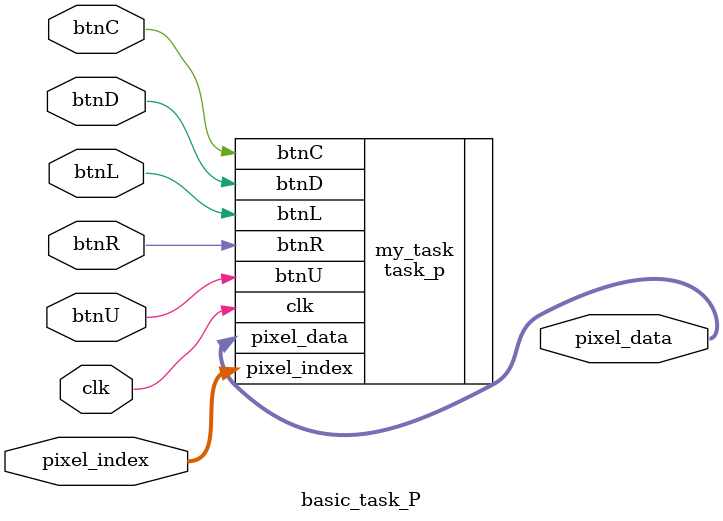
<source format=v>
`timescale 1ns / 1ps


module basic_task_P(
    input clk,
    input btnL,
    input btnR,
    input btnU,
    input btnD,
    input btnC,
    input [12:0] pixel_index,
    output [15:0] pixel_data
    );
                
    task_p my_task (
        .clk(clk),
        .btnL(btnL),
        .btnR(btnR),
        .btnU(btnU),
        .btnD(btnD),
        .btnC(btnC),
        .pixel_index(pixel_index),
        .pixel_data(pixel_data)
    );    
    
endmodule

</source>
